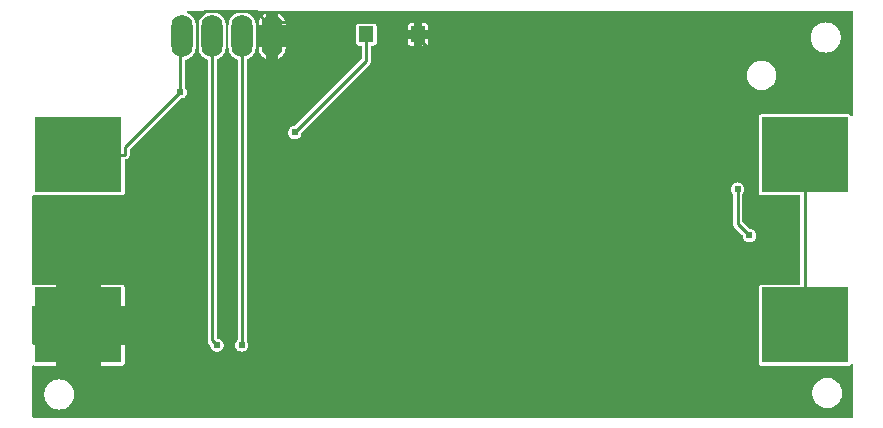
<source format=gbl>
G04 Layer: BottomLayer*
G04 EasyEDA v6.5.47, 2024-12-05 11:28:38*
G04 e01d2f149ab64b4ea65648a7afd3b608,d06a1f6f384c4cbbbfe4d72778ff38a8,10*
G04 Gerber Generator version 0.2*
G04 Scale: 100 percent, Rotated: No, Reflected: No *
G04 Dimensions in millimeters *
G04 leading zeros omitted , absolute positions ,4 integer and 5 decimal *
%FSLAX45Y45*%
%MOMM*%

%AMMACRO1*21,1,$1,$2,0,0,$3*%
%ADD10C,0.2540*%
%ADD11R,1.2300X1.3600*%
%ADD12MACRO1,1.36X1.23X-90.0000*%
%ADD13O,1.7999964X3.5999928*%
%ADD14MACRO1,7.34X6.35X0.0000*%
%ADD15C,0.6100*%
%ADD16C,0.0175*%

%LPD*%
G36*
X36068Y-3473958D02*
G01*
X32156Y-3473196D01*
X28905Y-3470960D01*
X26670Y-3467709D01*
X25908Y-3463798D01*
X25908Y-3040278D01*
X26619Y-3036468D01*
X28702Y-3033268D01*
X31851Y-3031032D01*
X35610Y-3030118D01*
X39420Y-3030677D01*
X43738Y-3032201D01*
X50088Y-3032912D01*
X226669Y-3032912D01*
X226669Y-2854604D01*
X36068Y-2854604D01*
X32156Y-2853842D01*
X28905Y-2851607D01*
X26670Y-2848356D01*
X25908Y-2844444D01*
X25908Y-2534564D01*
X26670Y-2530652D01*
X28905Y-2527401D01*
X32156Y-2525166D01*
X36068Y-2524404D01*
X226669Y-2524404D01*
X226669Y-2346096D01*
X50088Y-2346096D01*
X43738Y-2346807D01*
X39420Y-2348331D01*
X35610Y-2348890D01*
X31851Y-2347976D01*
X28702Y-2345740D01*
X26619Y-2342540D01*
X25908Y-2338730D01*
X25908Y-1598269D01*
X26619Y-1594510D01*
X28702Y-1591259D01*
X31851Y-1589024D01*
X35610Y-1588109D01*
X39420Y-1588668D01*
X43738Y-1590192D01*
X50088Y-1590903D01*
X782929Y-1590903D01*
X789279Y-1590192D01*
X794715Y-1588312D01*
X799592Y-1585214D01*
X803706Y-1581099D01*
X806805Y-1576222D01*
X808685Y-1570736D01*
X809396Y-1564436D01*
X809396Y-1295501D01*
X810107Y-1291844D01*
X812038Y-1288643D01*
X814984Y-1286408D01*
X826160Y-1283157D01*
X832866Y-1279601D01*
X838708Y-1274775D01*
X843483Y-1268933D01*
X847039Y-1262278D01*
X849223Y-1255064D01*
X850036Y-1247038D01*
X850036Y-1202791D01*
X850798Y-1198880D01*
X853033Y-1195578D01*
X1275181Y-773379D01*
X1278077Y-771398D01*
X1281480Y-770483D01*
X1289558Y-769772D01*
X1299057Y-767232D01*
X1307947Y-763066D01*
X1315974Y-757428D01*
X1322933Y-750468D01*
X1328572Y-742442D01*
X1332738Y-733552D01*
X1335278Y-724052D01*
X1336141Y-714248D01*
X1335278Y-704443D01*
X1332738Y-694944D01*
X1328572Y-686054D01*
X1322933Y-678027D01*
X1321358Y-676402D01*
X1319123Y-673100D01*
X1318361Y-669239D01*
X1318361Y-452678D01*
X1319326Y-448360D01*
X1322070Y-444855D01*
X1325981Y-442874D01*
X1331214Y-441502D01*
X1344726Y-436168D01*
X1357477Y-429158D01*
X1369263Y-420573D01*
X1379880Y-410616D01*
X1389176Y-399440D01*
X1396949Y-387146D01*
X1403146Y-373938D01*
X1407668Y-360121D01*
X1410360Y-345846D01*
X1411325Y-330962D01*
X1411325Y-151638D01*
X1410360Y-136753D01*
X1407668Y-122478D01*
X1403146Y-108661D01*
X1396949Y-95453D01*
X1389176Y-83159D01*
X1379880Y-71983D01*
X1369263Y-62026D01*
X1357477Y-53441D01*
X1344726Y-46431D01*
X1342390Y-45516D01*
X1339037Y-43332D01*
X1336802Y-40081D01*
X1335989Y-36169D01*
X1336751Y-32258D01*
X1338935Y-28905D01*
X1342237Y-26670D01*
X1346149Y-25908D01*
X1498650Y-25908D01*
X1502562Y-26670D01*
X1505864Y-28905D01*
X1508048Y-32258D01*
X1508810Y-36169D01*
X1507998Y-40081D01*
X1505762Y-43332D01*
X1502410Y-45516D01*
X1500073Y-46431D01*
X1487322Y-53441D01*
X1475536Y-62026D01*
X1464919Y-71983D01*
X1455623Y-83159D01*
X1447850Y-95453D01*
X1441653Y-108661D01*
X1437132Y-122478D01*
X1434439Y-136753D01*
X1433474Y-151638D01*
X1433474Y-330962D01*
X1434439Y-345846D01*
X1437132Y-360121D01*
X1441653Y-373938D01*
X1447850Y-387146D01*
X1455623Y-399440D01*
X1464919Y-410616D01*
X1475536Y-420573D01*
X1487322Y-429158D01*
X1500073Y-436168D01*
X1504391Y-437845D01*
X1507744Y-440029D01*
X1509979Y-443382D01*
X1510792Y-447293D01*
X1510792Y-2817063D01*
X1511604Y-2825089D01*
X1513789Y-2832303D01*
X1517345Y-2839008D01*
X1522476Y-2845206D01*
X1531366Y-2854147D01*
X1533398Y-2857042D01*
X1534312Y-2860446D01*
X1535023Y-2868472D01*
X1537563Y-2877972D01*
X1541729Y-2886862D01*
X1547317Y-2894939D01*
X1554276Y-2901899D01*
X1562354Y-2907487D01*
X1571244Y-2911652D01*
X1580743Y-2914192D01*
X1590548Y-2915056D01*
X1600301Y-2914192D01*
X1609801Y-2911652D01*
X1618691Y-2907487D01*
X1626768Y-2901899D01*
X1633728Y-2894939D01*
X1639316Y-2886862D01*
X1643481Y-2877972D01*
X1646021Y-2868472D01*
X1646885Y-2858719D01*
X1646021Y-2848914D01*
X1643481Y-2839415D01*
X1639316Y-2830525D01*
X1633728Y-2822448D01*
X1626768Y-2815488D01*
X1618691Y-2809900D01*
X1609801Y-2805734D01*
X1600301Y-2803194D01*
X1597304Y-2802940D01*
X1593697Y-2801924D01*
X1590700Y-2799638D01*
X1588719Y-2796489D01*
X1588008Y-2792780D01*
X1588008Y-447293D01*
X1588820Y-443382D01*
X1591056Y-440029D01*
X1594408Y-437845D01*
X1598726Y-436168D01*
X1611477Y-429158D01*
X1623263Y-420573D01*
X1633880Y-410616D01*
X1643176Y-399440D01*
X1650949Y-387146D01*
X1657146Y-373938D01*
X1661668Y-360121D01*
X1664360Y-345846D01*
X1665325Y-330962D01*
X1665325Y-151638D01*
X1664360Y-136753D01*
X1661668Y-122478D01*
X1657146Y-108661D01*
X1650949Y-95453D01*
X1643176Y-83159D01*
X1633880Y-71983D01*
X1623263Y-62026D01*
X1611477Y-53441D01*
X1598726Y-46431D01*
X1596390Y-45516D01*
X1593037Y-43332D01*
X1590802Y-40081D01*
X1589989Y-36169D01*
X1590751Y-32258D01*
X1592935Y-28905D01*
X1596237Y-26670D01*
X1600149Y-25908D01*
X1752650Y-25908D01*
X1756562Y-26670D01*
X1759864Y-28905D01*
X1762048Y-32258D01*
X1762810Y-36169D01*
X1761998Y-40081D01*
X1759762Y-43332D01*
X1756410Y-45516D01*
X1754073Y-46431D01*
X1741322Y-53441D01*
X1729536Y-62026D01*
X1718919Y-71983D01*
X1709623Y-83159D01*
X1701850Y-95453D01*
X1695653Y-108661D01*
X1691132Y-122478D01*
X1688439Y-136753D01*
X1687474Y-151638D01*
X1687474Y-330962D01*
X1688439Y-345846D01*
X1691132Y-360121D01*
X1695653Y-373938D01*
X1701850Y-387146D01*
X1709623Y-399440D01*
X1718919Y-410616D01*
X1729536Y-420573D01*
X1741322Y-429158D01*
X1754073Y-436168D01*
X1758391Y-437845D01*
X1761743Y-440029D01*
X1763979Y-443382D01*
X1764792Y-447293D01*
X1764792Y-2807462D01*
X1764030Y-2811373D01*
X1761794Y-2814675D01*
X1755597Y-2820873D01*
X1749958Y-2828950D01*
X1745792Y-2837840D01*
X1743252Y-2847340D01*
X1742389Y-2857144D01*
X1743252Y-2866898D01*
X1745792Y-2876397D01*
X1749958Y-2885287D01*
X1755597Y-2893364D01*
X1762556Y-2900324D01*
X1770583Y-2905912D01*
X1779473Y-2910078D01*
X1788972Y-2912618D01*
X1798777Y-2913481D01*
X1808581Y-2912618D01*
X1818081Y-2910078D01*
X1826971Y-2905912D01*
X1834997Y-2900324D01*
X1841957Y-2893364D01*
X1847596Y-2885287D01*
X1851761Y-2876397D01*
X1854301Y-2866898D01*
X1855165Y-2857144D01*
X1854301Y-2847340D01*
X1851761Y-2837840D01*
X1847596Y-2828950D01*
X1843836Y-2823565D01*
X1842465Y-2820822D01*
X1842007Y-2817774D01*
X1842007Y-447293D01*
X1842820Y-443382D01*
X1845056Y-440029D01*
X1848408Y-437845D01*
X1852726Y-436168D01*
X1865477Y-429158D01*
X1877263Y-420573D01*
X1887880Y-410616D01*
X1897176Y-399440D01*
X1904949Y-387146D01*
X1911146Y-373938D01*
X1915668Y-360121D01*
X1918360Y-345846D01*
X1919325Y-330962D01*
X1919325Y-151638D01*
X1918360Y-136753D01*
X1915668Y-122478D01*
X1911146Y-108661D01*
X1904949Y-95453D01*
X1897176Y-83159D01*
X1887880Y-71983D01*
X1877263Y-62026D01*
X1865477Y-53441D01*
X1852726Y-46431D01*
X1850389Y-45516D01*
X1847037Y-43332D01*
X1844802Y-40081D01*
X1843989Y-36169D01*
X1844751Y-32258D01*
X1846935Y-28905D01*
X1850237Y-26670D01*
X1854149Y-25908D01*
X2006650Y-25908D01*
X2010562Y-26670D01*
X2012340Y-26670D01*
X2016201Y-25908D01*
X2098598Y-25908D01*
X2102459Y-26670D01*
X2104237Y-26670D01*
X2108149Y-25908D01*
X6963918Y-25908D01*
X6967829Y-26670D01*
X6971080Y-28905D01*
X6973316Y-32156D01*
X6974078Y-36068D01*
X6974078Y-907897D01*
X6973316Y-911809D01*
X6971080Y-915111D01*
X6967728Y-917295D01*
X6963867Y-918057D01*
X6959955Y-917244D01*
X6956653Y-915009D01*
X6951573Y-909777D01*
X6946696Y-906729D01*
X6941261Y-904798D01*
X6934911Y-904087D01*
X6202070Y-904087D01*
X6195720Y-904798D01*
X6190284Y-906729D01*
X6185357Y-909828D01*
X6181293Y-913892D01*
X6178194Y-918819D01*
X6176314Y-924255D01*
X6175603Y-930554D01*
X6175603Y-1564436D01*
X6176314Y-1570736D01*
X6178194Y-1576222D01*
X6181293Y-1581099D01*
X6185357Y-1585214D01*
X6190284Y-1588312D01*
X6195720Y-1590192D01*
X6202070Y-1590903D01*
X6519722Y-1590903D01*
X6523634Y-1591665D01*
X6526885Y-1593900D01*
X6529120Y-1597202D01*
X6529882Y-1601063D01*
X6529882Y-2335936D01*
X6529120Y-2339848D01*
X6526885Y-2343099D01*
X6523634Y-2345334D01*
X6519722Y-2346096D01*
X6202070Y-2346096D01*
X6195720Y-2346807D01*
X6190284Y-2348738D01*
X6185357Y-2351786D01*
X6181293Y-2355900D01*
X6178194Y-2360777D01*
X6176314Y-2366264D01*
X6175603Y-2372563D01*
X6175603Y-3006445D01*
X6176314Y-3012744D01*
X6178194Y-3018231D01*
X6181293Y-3023108D01*
X6185357Y-3027222D01*
X6190284Y-3030270D01*
X6195720Y-3032201D01*
X6202070Y-3032912D01*
X6934911Y-3032912D01*
X6941261Y-3032201D01*
X6946696Y-3030270D01*
X6951573Y-3027222D01*
X6956653Y-3022041D01*
X6959955Y-3019755D01*
X6963867Y-3018993D01*
X6967728Y-3019704D01*
X6971080Y-3021939D01*
X6973316Y-3025241D01*
X6974078Y-3029153D01*
X6974078Y-3463798D01*
X6973316Y-3467709D01*
X6971080Y-3470960D01*
X6967829Y-3473196D01*
X6963918Y-3473958D01*
G37*

%LPC*%
G36*
X254000Y-3404108D02*
G01*
X269392Y-3403142D01*
X284530Y-3400399D01*
X299212Y-3395827D01*
X313232Y-3389477D01*
X326440Y-3381501D01*
X338531Y-3372002D01*
X349402Y-3361131D01*
X358902Y-3349040D01*
X366877Y-3335832D01*
X373227Y-3321812D01*
X377799Y-3307130D01*
X380542Y-3291992D01*
X381508Y-3276600D01*
X380542Y-3261207D01*
X377799Y-3246069D01*
X373227Y-3231388D01*
X366877Y-3217367D01*
X358902Y-3204159D01*
X349402Y-3192068D01*
X338531Y-3181197D01*
X326440Y-3171698D01*
X313232Y-3163722D01*
X299212Y-3157372D01*
X284530Y-3152800D01*
X269392Y-3150057D01*
X254000Y-3149092D01*
X238607Y-3150057D01*
X223469Y-3152800D01*
X208788Y-3157372D01*
X194767Y-3163722D01*
X181559Y-3171698D01*
X169468Y-3181197D01*
X158597Y-3192068D01*
X149098Y-3204159D01*
X141122Y-3217367D01*
X134772Y-3231388D01*
X130200Y-3246069D01*
X127457Y-3261207D01*
X126492Y-3276600D01*
X127457Y-3291992D01*
X130200Y-3307130D01*
X134772Y-3321812D01*
X141122Y-3335832D01*
X149098Y-3349040D01*
X158597Y-3361131D01*
X169468Y-3372002D01*
X181559Y-3381501D01*
X194767Y-3389477D01*
X208788Y-3395827D01*
X223469Y-3400399D01*
X238607Y-3403142D01*
G37*
G36*
X6756400Y-3391408D02*
G01*
X6771792Y-3390442D01*
X6786930Y-3387699D01*
X6801612Y-3383127D01*
X6815632Y-3376777D01*
X6828840Y-3368801D01*
X6840931Y-3359302D01*
X6851802Y-3348431D01*
X6861302Y-3336340D01*
X6869277Y-3323132D01*
X6875627Y-3309112D01*
X6880199Y-3294430D01*
X6882942Y-3279292D01*
X6883908Y-3263900D01*
X6882942Y-3248507D01*
X6880199Y-3233369D01*
X6875627Y-3218688D01*
X6869277Y-3204667D01*
X6861302Y-3191459D01*
X6851802Y-3179368D01*
X6840931Y-3168497D01*
X6828840Y-3158998D01*
X6815632Y-3151022D01*
X6801612Y-3144672D01*
X6786930Y-3140100D01*
X6771792Y-3137357D01*
X6756400Y-3136392D01*
X6741007Y-3137357D01*
X6725869Y-3140100D01*
X6711188Y-3144672D01*
X6697167Y-3151022D01*
X6683959Y-3158998D01*
X6671868Y-3168497D01*
X6660997Y-3179368D01*
X6651498Y-3191459D01*
X6643522Y-3204667D01*
X6637172Y-3218688D01*
X6632600Y-3233369D01*
X6629857Y-3248507D01*
X6628892Y-3263900D01*
X6629857Y-3279292D01*
X6632600Y-3294430D01*
X6637172Y-3309112D01*
X6643522Y-3323132D01*
X6651498Y-3336340D01*
X6660997Y-3348431D01*
X6671868Y-3359302D01*
X6683959Y-3368801D01*
X6697167Y-3376777D01*
X6711188Y-3383127D01*
X6725869Y-3387699D01*
X6741007Y-3390442D01*
G37*
G36*
X606348Y-3032912D02*
G01*
X782929Y-3032912D01*
X789279Y-3032201D01*
X794715Y-3030270D01*
X799592Y-3027222D01*
X803706Y-3023108D01*
X806805Y-3018231D01*
X808685Y-3012744D01*
X809396Y-3006445D01*
X809396Y-2854604D01*
X606348Y-2854604D01*
G37*
G36*
X606348Y-2524404D02*
G01*
X809396Y-2524404D01*
X809396Y-2372563D01*
X808685Y-2366264D01*
X806805Y-2360777D01*
X803706Y-2355900D01*
X799592Y-2351786D01*
X794715Y-2348738D01*
X789279Y-2346807D01*
X782929Y-2346096D01*
X606348Y-2346096D01*
G37*
G36*
X6098590Y-1986788D02*
G01*
X6108395Y-1985924D01*
X6117894Y-1983384D01*
X6126784Y-1979218D01*
X6134811Y-1973580D01*
X6141770Y-1966620D01*
X6147409Y-1958593D01*
X6151575Y-1949704D01*
X6154115Y-1940204D01*
X6154978Y-1930400D01*
X6154115Y-1920595D01*
X6151575Y-1911096D01*
X6147409Y-1902206D01*
X6141770Y-1894179D01*
X6134811Y-1887220D01*
X6126784Y-1881581D01*
X6117894Y-1877415D01*
X6108395Y-1874875D01*
X6100318Y-1874164D01*
X6096914Y-1873250D01*
X6094018Y-1871268D01*
X6039154Y-1816354D01*
X6036919Y-1813052D01*
X6036157Y-1809140D01*
X6036157Y-1582572D01*
X6036919Y-1578711D01*
X6039154Y-1575409D01*
X6040729Y-1573784D01*
X6046368Y-1565757D01*
X6050534Y-1556867D01*
X6053074Y-1547368D01*
X6053937Y-1537563D01*
X6053074Y-1527759D01*
X6050534Y-1518259D01*
X6046368Y-1509369D01*
X6040729Y-1501343D01*
X6033770Y-1494383D01*
X6025743Y-1488744D01*
X6016853Y-1484579D01*
X6007354Y-1482039D01*
X5997549Y-1481175D01*
X5987745Y-1482039D01*
X5978245Y-1484579D01*
X5969355Y-1488744D01*
X5961329Y-1494383D01*
X5954369Y-1501343D01*
X5948730Y-1509369D01*
X5944565Y-1518259D01*
X5942025Y-1527759D01*
X5941161Y-1537563D01*
X5942025Y-1547368D01*
X5944565Y-1556867D01*
X5948730Y-1565757D01*
X5954369Y-1573784D01*
X5955944Y-1575409D01*
X5958179Y-1578711D01*
X5958941Y-1582572D01*
X5958941Y-1828850D01*
X5959754Y-1836877D01*
X5961938Y-1844090D01*
X5965494Y-1850796D01*
X5970625Y-1856993D01*
X6039459Y-1925828D01*
X6041440Y-1928723D01*
X6042355Y-1932127D01*
X6043066Y-1940204D01*
X6045606Y-1949704D01*
X6049772Y-1958593D01*
X6055410Y-1966620D01*
X6062370Y-1973580D01*
X6070396Y-1979218D01*
X6079286Y-1983384D01*
X6088786Y-1985924D01*
G37*
G36*
X2248814Y-1114806D02*
G01*
X2258568Y-1113942D01*
X2268067Y-1111402D01*
X2276957Y-1107236D01*
X2285034Y-1101648D01*
X2291994Y-1094689D01*
X2297582Y-1086612D01*
X2301748Y-1077722D01*
X2304288Y-1068222D01*
X2304999Y-1060196D01*
X2305913Y-1056792D01*
X2307945Y-1053896D01*
X2881833Y-479958D01*
X2886964Y-473760D01*
X2890520Y-467055D01*
X2892704Y-459841D01*
X2893517Y-451815D01*
X2893517Y-332689D01*
X2894279Y-328777D01*
X2896514Y-325475D01*
X2899765Y-323291D01*
X2903677Y-322529D01*
X2915818Y-322529D01*
X2922168Y-321818D01*
X2927604Y-319887D01*
X2932531Y-316788D01*
X2936595Y-312724D01*
X2939694Y-307797D01*
X2941574Y-302361D01*
X2942285Y-296011D01*
X2942285Y-161188D01*
X2941574Y-154838D01*
X2939694Y-149402D01*
X2936595Y-144475D01*
X2932531Y-140411D01*
X2927604Y-137312D01*
X2922168Y-135382D01*
X2915818Y-134670D01*
X2793949Y-134670D01*
X2787650Y-135382D01*
X2782163Y-137312D01*
X2777286Y-140411D01*
X2773172Y-144475D01*
X2770124Y-149402D01*
X2768193Y-154838D01*
X2767482Y-161188D01*
X2767482Y-296011D01*
X2768193Y-302361D01*
X2770124Y-307797D01*
X2773172Y-312724D01*
X2777286Y-316788D01*
X2782163Y-319887D01*
X2787650Y-321818D01*
X2793949Y-322529D01*
X2806141Y-322529D01*
X2810052Y-323291D01*
X2813304Y-325475D01*
X2815539Y-328777D01*
X2816301Y-332689D01*
X2816301Y-432104D01*
X2815539Y-436016D01*
X2813304Y-439318D01*
X2253335Y-999286D01*
X2250440Y-1001318D01*
X2247036Y-1002233D01*
X2239010Y-1002944D01*
X2229510Y-1005484D01*
X2220620Y-1009650D01*
X2212543Y-1015237D01*
X2205583Y-1022197D01*
X2199995Y-1030274D01*
X2195830Y-1039164D01*
X2193290Y-1048664D01*
X2192426Y-1058468D01*
X2193290Y-1068222D01*
X2195830Y-1077722D01*
X2199995Y-1086612D01*
X2205583Y-1094689D01*
X2212543Y-1101648D01*
X2220620Y-1107236D01*
X2229510Y-1111402D01*
X2239010Y-1113942D01*
G37*
G36*
X6201511Y-699414D02*
G01*
X6216548Y-698500D01*
X6231382Y-695756D01*
X6245758Y-691286D01*
X6259525Y-685088D01*
X6272428Y-677316D01*
X6284315Y-668020D01*
X6294983Y-657352D01*
X6304280Y-645464D01*
X6312052Y-632561D01*
X6318250Y-618794D01*
X6322720Y-604418D01*
X6325463Y-589584D01*
X6326378Y-574548D01*
X6325463Y-559460D01*
X6322720Y-544626D01*
X6318250Y-530250D01*
X6312052Y-516483D01*
X6304280Y-503580D01*
X6294983Y-491693D01*
X6284315Y-481025D01*
X6272428Y-471728D01*
X6259525Y-463956D01*
X6245758Y-457758D01*
X6231382Y-453288D01*
X6216548Y-450545D01*
X6201511Y-449630D01*
X6186424Y-450545D01*
X6171590Y-453288D01*
X6157214Y-457758D01*
X6143447Y-463956D01*
X6130544Y-471728D01*
X6118656Y-481025D01*
X6107988Y-491693D01*
X6098692Y-503580D01*
X6090920Y-516483D01*
X6084722Y-530250D01*
X6080252Y-544626D01*
X6077508Y-559460D01*
X6076594Y-574548D01*
X6077508Y-589584D01*
X6080252Y-604418D01*
X6084722Y-618794D01*
X6090920Y-632561D01*
X6098692Y-645464D01*
X6107988Y-657352D01*
X6118656Y-668020D01*
X6130544Y-677316D01*
X6143447Y-685088D01*
X6157214Y-691286D01*
X6171590Y-695756D01*
X6186424Y-698500D01*
G37*
G36*
X2108758Y-435051D02*
G01*
X2119477Y-429158D01*
X2131263Y-420573D01*
X2141880Y-410616D01*
X2151176Y-399440D01*
X2158949Y-387146D01*
X2165146Y-373938D01*
X2169668Y-360121D01*
X2172360Y-345846D01*
X2172868Y-337667D01*
X2108758Y-337667D01*
G37*
G36*
X2006041Y-435051D02*
G01*
X2006041Y-337667D01*
X1941931Y-337667D01*
X1942439Y-345846D01*
X1945132Y-360121D01*
X1949653Y-373938D01*
X1955850Y-387146D01*
X1963623Y-399440D01*
X1972919Y-410616D01*
X1983536Y-420573D01*
X1995322Y-429158D01*
G37*
G36*
X6743700Y-381508D02*
G01*
X6759092Y-380542D01*
X6774230Y-377799D01*
X6788912Y-373227D01*
X6802932Y-366877D01*
X6816140Y-358902D01*
X6828231Y-349402D01*
X6839102Y-338531D01*
X6848602Y-326440D01*
X6856577Y-313232D01*
X6862927Y-299212D01*
X6867499Y-284530D01*
X6870242Y-269392D01*
X6871208Y-254000D01*
X6870242Y-238607D01*
X6867499Y-223469D01*
X6862927Y-208788D01*
X6856577Y-194767D01*
X6848602Y-181559D01*
X6839102Y-169468D01*
X6828231Y-158597D01*
X6816140Y-149098D01*
X6802932Y-141122D01*
X6788912Y-134772D01*
X6774230Y-130200D01*
X6759092Y-127457D01*
X6743700Y-126492D01*
X6728307Y-127457D01*
X6713169Y-130200D01*
X6698488Y-134772D01*
X6684467Y-141122D01*
X6671259Y-149098D01*
X6659168Y-158597D01*
X6648297Y-169468D01*
X6638798Y-181559D01*
X6630822Y-194767D01*
X6624472Y-208788D01*
X6619900Y-223469D01*
X6617157Y-238607D01*
X6616192Y-254000D01*
X6617157Y-269392D01*
X6619900Y-284530D01*
X6624472Y-299212D01*
X6630822Y-313232D01*
X6638798Y-326440D01*
X6648297Y-338531D01*
X6659168Y-349402D01*
X6671259Y-358902D01*
X6684467Y-366877D01*
X6698488Y-373227D01*
X6713169Y-377799D01*
X6728307Y-380542D01*
G37*
G36*
X3329025Y-322529D02*
G01*
X3352850Y-322529D01*
X3359150Y-321818D01*
X3364636Y-319887D01*
X3369513Y-316788D01*
X3373628Y-312724D01*
X3376676Y-307797D01*
X3378606Y-302361D01*
X3379317Y-296011D01*
X3379317Y-268935D01*
X3329025Y-268935D01*
G37*
G36*
X3230981Y-322529D02*
G01*
X3254806Y-322529D01*
X3254806Y-268935D01*
X3204514Y-268935D01*
X3204514Y-296011D01*
X3205226Y-302361D01*
X3207105Y-307797D01*
X3210204Y-312724D01*
X3214268Y-316788D01*
X3219196Y-319887D01*
X3224631Y-321818D01*
G37*
G36*
X3329025Y-188264D02*
G01*
X3379317Y-188264D01*
X3379317Y-161188D01*
X3378606Y-154838D01*
X3376676Y-149402D01*
X3373628Y-144475D01*
X3369513Y-140411D01*
X3364636Y-137312D01*
X3359150Y-135382D01*
X3352850Y-134670D01*
X3329025Y-134670D01*
G37*
G36*
X3204514Y-188264D02*
G01*
X3254806Y-188264D01*
X3254806Y-134670D01*
X3230981Y-134670D01*
X3224631Y-135382D01*
X3219196Y-137312D01*
X3214268Y-140411D01*
X3210204Y-144475D01*
X3207105Y-149402D01*
X3205226Y-154838D01*
X3204514Y-161188D01*
G37*
G36*
X2108758Y-144932D02*
G01*
X2172868Y-144932D01*
X2172360Y-136753D01*
X2169668Y-122478D01*
X2165146Y-108661D01*
X2158949Y-95453D01*
X2151176Y-83159D01*
X2141880Y-71983D01*
X2131263Y-62026D01*
X2119477Y-53441D01*
X2108758Y-47548D01*
G37*
G36*
X1941931Y-144932D02*
G01*
X2006041Y-144932D01*
X2006041Y-47548D01*
X1995322Y-53441D01*
X1983536Y-62026D01*
X1972919Y-71983D01*
X1963623Y-83159D01*
X1955850Y-95453D01*
X1949653Y-108661D01*
X1945132Y-122478D01*
X1942439Y-136753D01*
G37*

%LPD*%
D10*
X1549400Y-241300D02*
G01*
X1549400Y-2817571D01*
X1590522Y-2858693D01*
X2057400Y-170002D02*
G01*
X1918030Y-30632D01*
X1492250Y-30632D01*
X1422400Y-100482D01*
X1422400Y-1227404D01*
X1292885Y-1356918D01*
X1292885Y-1356918D02*
G01*
X1292885Y-1467713D01*
X416509Y-2344089D01*
X416509Y-2689504D02*
G01*
X416509Y-2344089D01*
X2057400Y-170002D02*
G01*
X2057400Y-241300D01*
X3202482Y-228600D02*
G01*
X3098368Y-124485D01*
X2102916Y-124485D01*
X2057400Y-170002D01*
X3254883Y-228600D02*
G01*
X5199354Y-2173071D01*
X5199354Y-2277008D01*
X3291890Y-228600D02*
G01*
X3254883Y-228600D01*
X3247186Y-228600D02*
G01*
X3202482Y-228600D01*
X3247186Y-228600D02*
G01*
X3254883Y-228600D01*
X416509Y-1247520D02*
G01*
X811428Y-1247520D01*
X811428Y-1247520D02*
G01*
X811428Y-1182573D01*
X1279753Y-714247D01*
X1279753Y-714247D02*
G01*
X1279753Y-256946D01*
X1295400Y-241300D01*
X1803400Y-241300D02*
G01*
X1803400Y-2852496D01*
X1798777Y-2857119D01*
X6098590Y-1930400D02*
G01*
X5997549Y-1829358D01*
X5997549Y-1537563D01*
X6568490Y-2689504D02*
G01*
X6568490Y-1247495D01*
X2854909Y-228600D02*
G01*
X2854909Y-452323D01*
X2248788Y-1058443D01*
D11*
G01*
X3291890Y-228600D03*
D12*
G01*
X2854900Y-228600D03*
D13*
G01*
X2057400Y-241300D03*
G01*
X1803400Y-241300D03*
G01*
X1549400Y-241300D03*
G01*
X1295400Y-241300D03*
D14*
G01*
X6568490Y-1247507D03*
G01*
X416502Y-1247508D03*
G01*
X416502Y-2689504D03*
G01*
X6568490Y-2689504D03*
D15*
G01*
X1590522Y-2858693D03*
G01*
X1292885Y-1356918D03*
G01*
X5199354Y-2277008D03*
G01*
X1279753Y-714247D03*
G01*
X1798777Y-2857119D03*
G01*
X5997549Y-1537563D03*
G01*
X6098590Y-1930400D03*
G01*
X2248788Y-1058443D03*
G01*
X107213Y-2139213D03*
G01*
X107213Y-3155213D03*
G01*
X615213Y-3155213D03*
G01*
X1123213Y-2139213D03*
G01*
X1123213Y-2647213D03*
G01*
X1123213Y-3155213D03*
G01*
X1631213Y-3155213D03*
G01*
X2139213Y-615213D03*
G01*
X2139213Y-2139213D03*
G01*
X2139213Y-2647213D03*
G01*
X2139213Y-3155213D03*
G01*
X2647213Y-1123213D03*
G01*
X2647213Y-2139213D03*
G01*
X2647213Y-2647213D03*
G01*
X2647213Y-3155213D03*
G01*
X3155213Y-615213D03*
G01*
X3155213Y-1123213D03*
G01*
X3155213Y-2139213D03*
G01*
X3155213Y-2647213D03*
G01*
X3155213Y-3155213D03*
G01*
X3663188Y-107213D03*
G01*
X3663188Y-1123213D03*
G01*
X3663188Y-2139213D03*
G01*
X3663188Y-2647213D03*
G01*
X3663188Y-3155213D03*
G01*
X4171188Y-107213D03*
G01*
X4171188Y-615213D03*
G01*
X4171188Y-2139213D03*
G01*
X4171188Y-2647213D03*
G01*
X4171188Y-3155213D03*
G01*
X4679188Y-107213D03*
G01*
X4679188Y-615213D03*
G01*
X4679188Y-1123213D03*
G01*
X4679188Y-2139213D03*
G01*
X4679188Y-2647213D03*
G01*
X4679188Y-3155213D03*
G01*
X5187188Y-107213D03*
G01*
X5187188Y-615213D03*
G01*
X5187188Y-1123213D03*
G01*
X5187188Y-2647213D03*
G01*
X5187188Y-3155213D03*
G01*
X5695188Y-107213D03*
G01*
X5695188Y-615213D03*
G01*
X5695188Y-1123213D03*
G01*
X5695188Y-2139213D03*
G01*
X5695188Y-2647213D03*
G01*
X5695188Y-3155213D03*
G01*
X6203188Y-107213D03*
G01*
X6203188Y-3155213D03*
G01*
X6711188Y-615213D03*
G01*
X107213Y-2139213D03*
G01*
X107213Y-3155213D03*
G01*
X615213Y-3155213D03*
G01*
X1123213Y-2139213D03*
G01*
X1123213Y-2647213D03*
G01*
X1123213Y-3155213D03*
G01*
X1631213Y-3155213D03*
G01*
X2139213Y-615213D03*
G01*
X2139213Y-2139213D03*
G01*
X2139213Y-2647213D03*
G01*
X2139213Y-3155213D03*
G01*
X2647213Y-1123213D03*
G01*
X2647213Y-2139213D03*
G01*
X2647213Y-2647213D03*
G01*
X2647213Y-3155213D03*
G01*
X3155213Y-615213D03*
G01*
X3155213Y-1123213D03*
G01*
X3155213Y-2139213D03*
G01*
X3155213Y-2647213D03*
G01*
X3155213Y-3155213D03*
G01*
X3663188Y-107213D03*
G01*
X3663188Y-1123213D03*
G01*
X3663188Y-2139213D03*
G01*
X3663188Y-2647213D03*
G01*
X3663188Y-3155213D03*
G01*
X4171188Y-107213D03*
G01*
X4171188Y-615213D03*
G01*
X4171188Y-2139213D03*
G01*
X4171188Y-2647213D03*
G01*
X4171188Y-3155213D03*
G01*
X4679188Y-107213D03*
G01*
X4679188Y-615213D03*
G01*
X4679188Y-1123213D03*
G01*
X4679188Y-2139213D03*
G01*
X4679188Y-2647213D03*
G01*
X4679188Y-3155213D03*
G01*
X5187188Y-107213D03*
G01*
X5187188Y-615213D03*
G01*
X5187188Y-1123213D03*
G01*
X5187188Y-2647213D03*
G01*
X5187188Y-3155213D03*
G01*
X5695188Y-107213D03*
G01*
X5695188Y-615213D03*
G01*
X5695188Y-1123213D03*
G01*
X5695188Y-2139213D03*
G01*
X5695188Y-2647213D03*
G01*
X5695188Y-3155213D03*
G01*
X6203188Y-107213D03*
G01*
X6203188Y-3155213D03*
G01*
X6711188Y-615213D03*
G01*
X107213Y-1885213D03*
G01*
X107213Y-2139213D03*
G01*
X107213Y-3155213D03*
G01*
X107213Y-3409187D03*
G01*
X361213Y-1885213D03*
G01*
X361213Y-2139213D03*
G01*
X615213Y-1885213D03*
G01*
X615213Y-3155213D03*
G01*
X615213Y-3409187D03*
G01*
X869213Y-1377213D03*
G01*
X869213Y-1631213D03*
G01*
X869213Y-2139213D03*
G01*
X869213Y-2393213D03*
G01*
X869213Y-2647213D03*
G01*
X869213Y-2901213D03*
G01*
X869213Y-3155213D03*
G01*
X869213Y-3409187D03*
G01*
X1123213Y-1885213D03*
G01*
X1123213Y-2139213D03*
G01*
X1123213Y-2393213D03*
G01*
X1123213Y-2647213D03*
G01*
X1123213Y-3155213D03*
G01*
X1123213Y-3409187D03*
G01*
X1377213Y-1377213D03*
G01*
X1377213Y-1885213D03*
G01*
X1377213Y-2139213D03*
G01*
X1377213Y-2393213D03*
G01*
X1377213Y-2647213D03*
G01*
X1377213Y-3155213D03*
G01*
X1377213Y-3409187D03*
G01*
X1631213Y-3155213D03*
G01*
X1631213Y-3409187D03*
G01*
X1885213Y-3155213D03*
G01*
X1885213Y-3409187D03*
G01*
X2139213Y-615213D03*
G01*
X2139213Y-1377213D03*
G01*
X2139213Y-1885213D03*
G01*
X2139213Y-2139213D03*
G01*
X2139213Y-2393213D03*
G01*
X2139213Y-2647213D03*
G01*
X2139213Y-3155213D03*
G01*
X2139213Y-3409187D03*
G01*
X2393213Y-361213D03*
G01*
X2393213Y-615213D03*
G01*
X2393213Y-1377213D03*
G01*
X2393213Y-1885213D03*
G01*
X2393213Y-2139213D03*
G01*
X2393213Y-2393213D03*
G01*
X2393213Y-2647213D03*
G01*
X2393213Y-3155213D03*
G01*
X2393213Y-3409187D03*
G01*
X2647213Y-361213D03*
G01*
X2647213Y-869213D03*
G01*
X2647213Y-1123213D03*
G01*
X2647213Y-1377213D03*
G01*
X2647213Y-1885213D03*
G01*
X2647213Y-2139213D03*
G01*
X2647213Y-2393213D03*
G01*
X2647213Y-2647213D03*
G01*
X2647213Y-2901213D03*
G01*
X2647213Y-3155213D03*
G01*
X2647213Y-3409187D03*
G01*
X2901213Y-615213D03*
G01*
X2901213Y-869213D03*
G01*
X2901213Y-1123213D03*
G01*
X2901213Y-1377213D03*
G01*
X2901213Y-1885213D03*
G01*
X2901213Y-2139213D03*
G01*
X2901213Y-2393213D03*
G01*
X2901213Y-2647213D03*
G01*
X2901213Y-2901213D03*
G01*
X2901213Y-3155213D03*
G01*
X2901213Y-3409187D03*
G01*
X3155213Y-361213D03*
G01*
X3155213Y-615213D03*
G01*
X3155213Y-869213D03*
G01*
X3155213Y-1123213D03*
G01*
X3155213Y-1377213D03*
G01*
X3155213Y-1885213D03*
G01*
X3155213Y-2139213D03*
G01*
X3155213Y-2393213D03*
G01*
X3155213Y-2647213D03*
G01*
X3155213Y-2901213D03*
G01*
X3155213Y-3155213D03*
G01*
X3155213Y-3409187D03*
G01*
X3409188Y-615213D03*
G01*
X3409188Y-869213D03*
G01*
X3409188Y-1123213D03*
G01*
X3409188Y-1377213D03*
G01*
X3409188Y-1885213D03*
G01*
X3409188Y-2139213D03*
G01*
X3409188Y-2393213D03*
G01*
X3409188Y-2647213D03*
G01*
X3409188Y-2901213D03*
G01*
X3409188Y-3155213D03*
G01*
X3409188Y-3409187D03*
G01*
X3663188Y-107213D03*
G01*
X3663188Y-361213D03*
G01*
X3663188Y-869213D03*
G01*
X3663188Y-1123213D03*
G01*
X3663188Y-1377213D03*
G01*
X3663188Y-1885213D03*
G01*
X3663188Y-2139213D03*
G01*
X3663188Y-2393213D03*
G01*
X3663188Y-2647213D03*
G01*
X3663188Y-2901213D03*
G01*
X3663188Y-3155213D03*
G01*
X3663188Y-3409187D03*
G01*
X3917188Y-107213D03*
G01*
X3917188Y-361213D03*
G01*
X3917188Y-615213D03*
G01*
X3917188Y-1123213D03*
G01*
X3917188Y-1377213D03*
G01*
X3917188Y-1885213D03*
G01*
X3917188Y-2139213D03*
G01*
X3917188Y-2393213D03*
G01*
X3917188Y-2647213D03*
G01*
X3917188Y-2901213D03*
G01*
X3917188Y-3155213D03*
G01*
X3917188Y-3409187D03*
G01*
X4171188Y-107213D03*
G01*
X4171188Y-361213D03*
G01*
X4171188Y-615213D03*
G01*
X4171188Y-869213D03*
G01*
X4171188Y-1377213D03*
G01*
X4171188Y-1885213D03*
G01*
X4171188Y-2139213D03*
G01*
X4171188Y-2393213D03*
G01*
X4171188Y-2647213D03*
G01*
X4171188Y-2901213D03*
G01*
X4171188Y-3155213D03*
G01*
X4171188Y-3409187D03*
G01*
X4425188Y-107213D03*
G01*
X4425188Y-361213D03*
G01*
X4425188Y-615213D03*
G01*
X4425188Y-869213D03*
G01*
X4425188Y-1123213D03*
G01*
X4425188Y-1885213D03*
G01*
X4425188Y-2139213D03*
G01*
X4425188Y-2393213D03*
G01*
X4425188Y-2647213D03*
G01*
X4425188Y-2901213D03*
G01*
X4425188Y-3155213D03*
G01*
X4425188Y-3409187D03*
G01*
X4679188Y-107213D03*
G01*
X4679188Y-361213D03*
G01*
X4679188Y-615213D03*
G01*
X4679188Y-869213D03*
G01*
X4679188Y-1123213D03*
G01*
X4679188Y-1377213D03*
G01*
X4679188Y-1885213D03*
G01*
X4679188Y-2139213D03*
G01*
X4679188Y-2393213D03*
G01*
X4679188Y-2647213D03*
G01*
X4679188Y-2901213D03*
G01*
X4679188Y-3155213D03*
G01*
X4679188Y-3409187D03*
G01*
X4933188Y-107213D03*
G01*
X4933188Y-361213D03*
G01*
X4933188Y-615213D03*
G01*
X4933188Y-869213D03*
G01*
X4933188Y-1123213D03*
G01*
X4933188Y-1377213D03*
G01*
X4933188Y-2139213D03*
G01*
X4933188Y-2393213D03*
G01*
X4933188Y-2647213D03*
G01*
X4933188Y-2901213D03*
G01*
X4933188Y-3155213D03*
G01*
X4933188Y-3409187D03*
G01*
X5187188Y-107213D03*
G01*
X5187188Y-361213D03*
G01*
X5187188Y-615213D03*
G01*
X5187188Y-869213D03*
G01*
X5187188Y-1123213D03*
G01*
X5187188Y-1377213D03*
G01*
X5187188Y-1885213D03*
G01*
X5187188Y-2393213D03*
G01*
X5187188Y-2647213D03*
G01*
X5187188Y-2901213D03*
G01*
X5187188Y-3155213D03*
G01*
X5187188Y-3409187D03*
G01*
X5441188Y-107213D03*
G01*
X5441188Y-361213D03*
G01*
X5441188Y-615213D03*
G01*
X5441188Y-869213D03*
G01*
X5441188Y-1123213D03*
G01*
X5441188Y-1377213D03*
G01*
X5441188Y-1885213D03*
G01*
X5441188Y-2139213D03*
G01*
X5441188Y-2393213D03*
G01*
X5441188Y-2647213D03*
G01*
X5441188Y-2901213D03*
G01*
X5441188Y-3155213D03*
G01*
X5441188Y-3409187D03*
G01*
X5695188Y-107213D03*
G01*
X5695188Y-361213D03*
G01*
X5695188Y-615213D03*
G01*
X5695188Y-869213D03*
G01*
X5695188Y-1123213D03*
G01*
X5695188Y-1377213D03*
G01*
X5695188Y-1885213D03*
G01*
X5695188Y-2139213D03*
G01*
X5695188Y-2393213D03*
G01*
X5695188Y-2647213D03*
G01*
X5695188Y-2901213D03*
G01*
X5695188Y-3155213D03*
G01*
X5695188Y-3409187D03*
G01*
X5949188Y-107213D03*
G01*
X5949188Y-361213D03*
G01*
X5949188Y-615213D03*
G01*
X5949188Y-869213D03*
G01*
X5949188Y-1123213D03*
G01*
X5949188Y-1377213D03*
G01*
X5949188Y-2139213D03*
G01*
X5949188Y-2393213D03*
G01*
X5949188Y-2647213D03*
G01*
X5949188Y-2901213D03*
G01*
X5949188Y-3155213D03*
G01*
X5949188Y-3409187D03*
G01*
X6203188Y-107213D03*
G01*
X6203188Y-361213D03*
G01*
X6203188Y-1885213D03*
G01*
X6203188Y-3155213D03*
G01*
X6203188Y-3409187D03*
G01*
X6457188Y-107213D03*
G01*
X6457188Y-361213D03*
G01*
X6457188Y-615213D03*
G01*
X6457188Y-1885213D03*
G01*
X6457188Y-3155213D03*
G01*
X6457188Y-3409187D03*
G01*
X6711188Y-615213D03*
M02*

</source>
